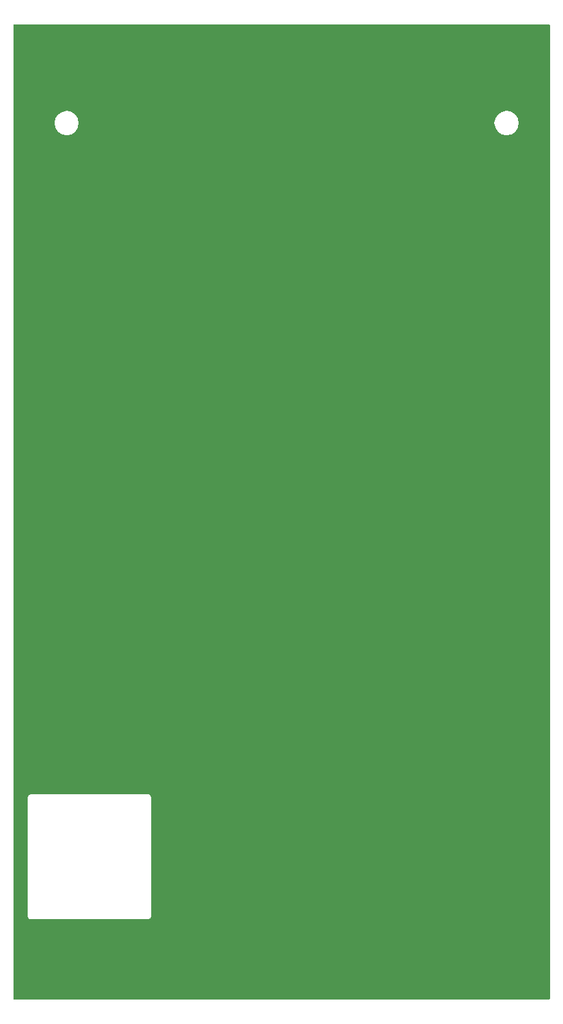
<source format=gbr>
%TF.GenerationSoftware,KiCad,Pcbnew,7.0.9*%
%TF.CreationDate,2024-02-02T16:32:33+00:00*%
%TF.ProjectId,QuadMod_Panel,51756164-4d6f-4645-9f50-616e656c2e6b,rev?*%
%TF.SameCoordinates,Original*%
%TF.FileFunction,Copper,L1,Top*%
%TF.FilePolarity,Positive*%
%FSLAX46Y46*%
G04 Gerber Fmt 4.6, Leading zero omitted, Abs format (unit mm)*
G04 Created by KiCad (PCBNEW 7.0.9) date 2024-02-02 16:32:33*
%MOMM*%
%LPD*%
G01*
G04 APERTURE LIST*
G04 APERTURE END LIST*
%TA.AperFunction,NonConductor*%
G36*
X170541621Y-41020502D02*
G01*
X170588114Y-41074158D01*
X170599500Y-41126500D01*
X170599500Y-169173500D01*
X170579498Y-169241621D01*
X170525842Y-169288114D01*
X170473500Y-169299500D01*
X100126500Y-169299500D01*
X100058379Y-169279498D01*
X100011886Y-169225842D01*
X100000500Y-169173500D01*
X100000500Y-158352727D01*
X101899500Y-158352727D01*
X101901891Y-158361649D01*
X101926794Y-158454591D01*
X101979517Y-158545909D01*
X101979525Y-158545919D01*
X102054080Y-158620474D01*
X102054085Y-158620478D01*
X102054087Y-158620480D01*
X102054088Y-158620481D01*
X102054090Y-158620482D01*
X102145408Y-158673205D01*
X102145410Y-158673205D01*
X102145413Y-158673207D01*
X102247273Y-158700500D01*
X102247275Y-158700500D01*
X117752725Y-158700500D01*
X117752727Y-158700500D01*
X117854587Y-158673207D01*
X117854590Y-158673205D01*
X117854591Y-158673205D01*
X117900250Y-158646843D01*
X117945913Y-158620480D01*
X118020480Y-158545913D01*
X118073207Y-158454587D01*
X118100500Y-158352727D01*
X118100500Y-158300000D01*
X118100500Y-158273071D01*
X118100500Y-142684083D01*
X118100500Y-142647273D01*
X118073207Y-142545413D01*
X118073205Y-142545410D01*
X118073205Y-142545408D01*
X118020482Y-142454090D01*
X118020474Y-142454080D01*
X117945919Y-142379525D01*
X117945909Y-142379517D01*
X117854591Y-142326794D01*
X117842557Y-142323569D01*
X117752727Y-142299500D01*
X117715917Y-142299500D01*
X102326929Y-142299500D01*
X102300000Y-142299500D01*
X102247273Y-142299500D01*
X102184931Y-142316204D01*
X102145408Y-142326794D01*
X102054090Y-142379517D01*
X102054080Y-142379525D01*
X101979525Y-142454080D01*
X101979517Y-142454090D01*
X101926794Y-142545408D01*
X101926793Y-142545413D01*
X101899500Y-142647273D01*
X101899500Y-142684083D01*
X101899500Y-158273071D01*
X101899500Y-158300000D01*
X101899500Y-158352727D01*
X100000500Y-158352727D01*
X100000500Y-53999999D01*
X105399999Y-53999999D01*
X105543025Y-54591728D01*
X105543025Y-54591729D01*
X105543026Y-54591730D01*
X105868617Y-55131383D01*
X106408933Y-55457659D01*
X107000000Y-55600000D01*
X107633527Y-55457644D01*
X108132199Y-55132199D01*
X108500523Y-54592178D01*
X108600000Y-54000000D01*
X108600000Y-53999999D01*
X163299999Y-53999999D01*
X163443025Y-54591728D01*
X163443025Y-54591729D01*
X163443026Y-54591730D01*
X163768617Y-55131383D01*
X164308933Y-55457659D01*
X164900000Y-55600000D01*
X165533527Y-55457644D01*
X166032199Y-55132199D01*
X166400523Y-54592178D01*
X166500000Y-54000000D01*
X166399441Y-53367143D01*
X166030809Y-52869191D01*
X166026396Y-52865934D01*
X165533224Y-52501963D01*
X165374917Y-52476472D01*
X164899999Y-52400000D01*
X164899997Y-52400000D01*
X164899996Y-52400000D01*
X164308938Y-52501229D01*
X164308937Y-52501230D01*
X163765934Y-52865933D01*
X163765931Y-52865937D01*
X163439506Y-53365682D01*
X163439504Y-53365686D01*
X163299999Y-53999999D01*
X108600000Y-53999999D01*
X108499441Y-53367143D01*
X108130809Y-52869191D01*
X108126396Y-52865934D01*
X107633224Y-52501963D01*
X107474917Y-52476472D01*
X106999999Y-52400000D01*
X106999997Y-52400000D01*
X106999996Y-52400000D01*
X106408938Y-52501229D01*
X106408937Y-52501230D01*
X105865934Y-52865933D01*
X105865931Y-52865937D01*
X105539506Y-53365682D01*
X105539504Y-53365686D01*
X105399999Y-53999999D01*
X100000500Y-53999999D01*
X100000500Y-41126500D01*
X100020502Y-41058379D01*
X100074158Y-41011886D01*
X100126500Y-41000500D01*
X170473500Y-41000500D01*
X170541621Y-41020502D01*
G37*
%TD.AperFunction*%
M02*

</source>
